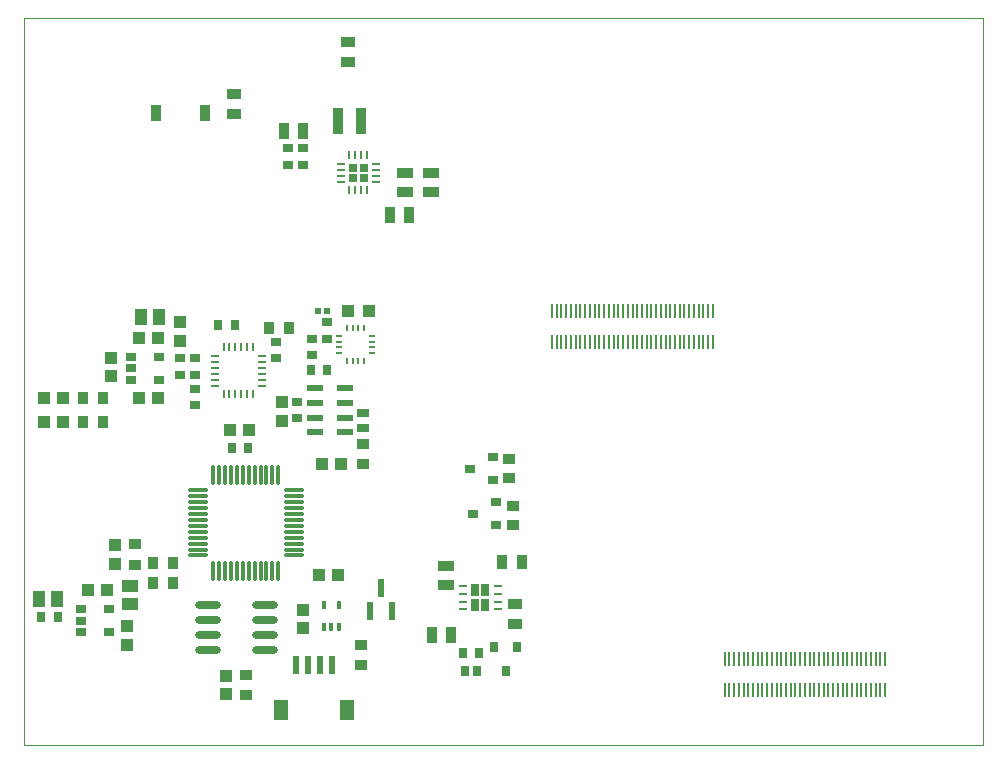
<source format=gtp>
%FSAX44Y44*%
%MOMM*%
G71*
G01*
G75*
G04 Layer_Color=8421504*
%ADD10C,0.2540*%
%ADD11C,0.2032*%
%ADD12C,0.6350*%
%ADD13C,0.5080*%
%ADD14C,0.3048*%
%ADD15C,0.7620*%
%ADD16C,0.3810*%
%ADD17R,0.7000X0.9000*%
%ADD18R,0.9000X0.7000*%
%ADD19R,1.3000X0.8500*%
%ADD20R,0.8500X1.3000*%
%ADD21R,0.9500X1.3500*%
%ADD22R,1.3500X0.9500*%
%ADD23R,1.0000X0.9000*%
%ADD24R,0.9000X0.8000*%
%ADD25R,1.6500X2.4000*%
%ADD26O,0.8500X0.3000*%
%ADD27R,0.8000X0.9000*%
%ADD28R,0.6500X0.9000*%
%ADD29R,0.9500X1.4000*%
%ADD30R,1.0000X1.0000*%
%ADD31R,0.9000X0.8000*%
%ADD32R,0.5200X0.5200*%
%ADD33R,1.1000X1.1000*%
%ADD34R,0.6298X0.2500*%
%ADD35R,0.6298X0.2500*%
%ADD36R,0.2500X0.6298*%
%ADD37R,0.2500X0.6298*%
%ADD38R,1.4000X0.6000*%
%ADD39R,1.7000X1.7000*%
%ADD40O,0.2800X0.8500*%
%ADD41O,0.8500X0.2800*%
%ADD42R,0.8500X2.3000*%
%ADD43R,0.2032X1.1430*%
%ADD44R,1.4000X1.1000*%
%ADD45R,1.1000X1.4000*%
%ADD46R,0.9000X0.6500*%
%ADD47R,0.9000X1.0000*%
%ADD48R,0.8000X0.9000*%
%ADD49R,1.0000X1.0000*%
%ADD50R,1.0160X0.8000*%
%ADD51R,0.7112X0.3366*%
%ADD52R,0.3366X0.7112*%
%ADD53O,0.2650X1.8500*%
%ADD54O,1.8500X0.2650*%
%ADD55O,1.8500X0.2650*%
%ADD56R,0.3500X0.6500*%
%ADD57O,2.2000X0.6000*%
%ADD58R,1.2000X1.8000*%
%ADD59R,0.6000X1.5500*%
%ADD60R,0.6000X1.5000*%
%ADD61C,0.5000*%
%ADD62C,0.4000*%
%ADD63C,0.4500*%
%ADD64C,2.1590*%
%ADD65C,1.0000*%
%ADD66C,0.3000*%
%ADD67C,0.1524*%
%ADD68C,1.5000*%
%ADD69C,0.1540*%
%ADD70C,0.7500*%
%ADD71C,0.2500*%
%ADD72C,0.2000*%
%ADD73C,0.5588*%
%ADD74C,2.0000*%
%ADD75C,0.1600*%
%ADD76C,0.1700*%
%ADD77C,0.3500*%
%ADD78C,0.6000*%
%ADD79C,0.0254*%
%ADD80C,2.0066*%
%ADD81C,0.9000*%
%ADD82C,2.5400*%
G04:AMPARAMS|DCode=83|XSize=1.8796mm|YSize=1.8796mm|CornerRadius=0.4699mm|HoleSize=0mm|Usage=FLASHONLY|Rotation=180.000|XOffset=0mm|YOffset=0mm|HoleType=Round|Shape=RoundedRectangle|*
%AMROUNDEDRECTD83*
21,1,1.8796,0.9398,0,0,180.0*
21,1,0.9398,1.8796,0,0,180.0*
1,1,0.9398,-0.4699,0.4699*
1,1,0.9398,0.4699,0.4699*
1,1,0.9398,0.4699,-0.4699*
1,1,0.9398,-0.4699,-0.4699*
%
%ADD83ROUNDEDRECTD83*%
%ADD84C,1.8796*%
%ADD85C,0.7112*%
%ADD86C,0.6600*%
%ADD87C,0.5000*%
%ADD88C,0.6900*%
%ADD89C,1.0000*%
%ADD90C,0.7300*%
%ADD91C,1.1000*%
%ADD92C,0.8000*%
%ADD93R,0.3000X0.3000*%
%ADD94R,0.3000X0.5000*%
%ADD95R,0.3000X0.3000*%
%ADD96R,0.5000X0.3000*%
%ADD97R,3.3000X3.3000*%
%ADD98R,1.3000X4.5000*%
%ADD99R,1.8000X3.9000*%
%ADD100R,1.5500X0.6000*%
%ADD101R,1.8000X1.2000*%
%ADD102R,1.2000X1.8000*%
%ADD103R,2.0500X2.5000*%
%ADD104R,0.5000X2.3000*%
%ADD105R,2.3000X0.5000*%
%ADD106R,2.5000X2.0500*%
%ADD107C,0.1000*%
%ADD108C,0.1270*%
%ADD109C,0.1500*%
%ADD110R,0.7750X0.4500*%
%ADD111R,0.6500X1.0000*%
%ADD112R,0.7000X0.7000*%
%ADD113R,0.7000X0.7000*%
%ADD114R,0.7000X0.7000*%
%ADD115O,0.8000X0.2500*%
%ADD116O,0.2300X0.8000*%
%ADD117O,0.8000X0.2300*%
%ADD118R,0.6512X0.2766*%
%ADD119R,0.2766X0.6512*%
D17*
X00987663Y00554735D02*
D03*
X01001664D02*
D03*
X00872744Y00794765D02*
D03*
X00858744D02*
D03*
D18*
X00839724Y00982105D02*
D03*
Y00968105D02*
D03*
X00852423Y00968105D02*
D03*
Y00982105D02*
D03*
X00829564Y00804276D02*
D03*
Y00818276D02*
D03*
D19*
X01031494Y00596255D02*
D03*
Y00579255D02*
D03*
X00890524Y01055506D02*
D03*
Y01072505D02*
D03*
X00794004Y01028055D02*
D03*
Y01011056D02*
D03*
D20*
X01037454Y00632206D02*
D03*
X01020453D02*
D03*
D21*
X00836423Y00996695D02*
D03*
X00852423D02*
D03*
X00941703Y00925575D02*
D03*
X00925704D02*
D03*
X00977263Y00569976D02*
D03*
X00961264D02*
D03*
D22*
X00973074Y00612775D02*
D03*
Y00628775D02*
D03*
X00938783Y00961516D02*
D03*
Y00945516D02*
D03*
X00960374Y00961516D02*
D03*
Y00945516D02*
D03*
D23*
X01030223Y00663576D02*
D03*
Y00679576D02*
D03*
X01026413Y00702945D02*
D03*
Y00718945D02*
D03*
X00903223Y00732146D02*
D03*
Y00715146D02*
D03*
X00803910Y00519312D02*
D03*
Y00536312D02*
D03*
X00901700Y00544711D02*
D03*
Y00561711D02*
D03*
X00709930Y00629802D02*
D03*
Y00646802D02*
D03*
D24*
X01016094Y00663345D02*
D03*
Y00682346D02*
D03*
X00996094Y00672846D02*
D03*
X01013553Y00701445D02*
D03*
Y00720446D02*
D03*
X00993553Y00710946D02*
D03*
D27*
X01033374Y00559655D02*
D03*
X01014373D02*
D03*
X01023874Y00539655D02*
D03*
D28*
X00999663Y00539606D02*
D03*
X00989663D02*
D03*
D29*
X00727534Y01011936D02*
D03*
X00769033D02*
D03*
D30*
X00884554Y00715146D02*
D03*
X00868553D02*
D03*
X00686180Y00607822D02*
D03*
X00670180D02*
D03*
X00649350Y00770382D02*
D03*
X00633349D02*
D03*
X00790829Y00743712D02*
D03*
X00806830D02*
D03*
X00649350Y00750062D02*
D03*
X00633349D02*
D03*
X00881760Y00620522D02*
D03*
X00865760D02*
D03*
X00713360Y00770382D02*
D03*
X00729360D02*
D03*
X00713360Y00821182D02*
D03*
X00729360D02*
D03*
D31*
X00860043Y00820786D02*
D03*
Y00806786D02*
D03*
X00872744Y00820786D02*
D03*
Y00834786D02*
D03*
X00847344Y00767475D02*
D03*
Y00753475D02*
D03*
X00760730Y00764651D02*
D03*
Y00778651D02*
D03*
Y00790601D02*
D03*
Y00804601D02*
D03*
X00748029Y00790601D02*
D03*
Y00804602D02*
D03*
D32*
X00872744Y00844296D02*
D03*
X00864743D02*
D03*
D33*
X00890414D02*
D03*
X00908414D02*
D03*
D34*
X00882503Y00808575D02*
D03*
Y00823576D02*
D03*
X00911051D02*
D03*
Y00808575D02*
D03*
D35*
X00882503Y00813576D02*
D03*
Y00818575D02*
D03*
X00911051D02*
D03*
Y00813576D02*
D03*
D36*
X00904277Y00830350D02*
D03*
X00889277D02*
D03*
Y00801802D02*
D03*
X00904277D02*
D03*
D37*
X00899277Y00830350D02*
D03*
X00894277D02*
D03*
Y00801802D02*
D03*
X00899277D02*
D03*
D38*
X00862784Y00779225D02*
D03*
Y00766725D02*
D03*
Y00754226D02*
D03*
Y00741726D02*
D03*
X00887783D02*
D03*
Y00754226D02*
D03*
Y00766725D02*
D03*
Y00779225D02*
D03*
D42*
X00901544Y01005585D02*
D03*
X00882043D02*
D03*
D43*
X01063283Y00818174D02*
D03*
Y00844589D02*
D03*
X01067347Y00818174D02*
D03*
Y00844589D02*
D03*
X01071158Y00818174D02*
D03*
Y00844589D02*
D03*
X01075221Y00818174D02*
D03*
Y00844589D02*
D03*
X01079286Y00818174D02*
D03*
Y00844589D02*
D03*
X01083350Y00818174D02*
D03*
Y00844589D02*
D03*
X01087160Y00818174D02*
D03*
Y00844589D02*
D03*
X01091224Y00818174D02*
D03*
Y00844589D02*
D03*
X01095287Y00818174D02*
D03*
Y00844589D02*
D03*
X01099352Y00818174D02*
D03*
Y00844589D02*
D03*
X01103161Y00818174D02*
D03*
Y00844589D02*
D03*
X01107225Y00818174D02*
D03*
Y00844589D02*
D03*
X01111290Y00818174D02*
D03*
Y00844589D02*
D03*
X01115353Y00818174D02*
D03*
Y00844589D02*
D03*
X01119164Y00818174D02*
D03*
Y00844589D02*
D03*
X01123227Y00818174D02*
D03*
Y00844589D02*
D03*
X01127291Y00818174D02*
D03*
Y00844589D02*
D03*
X01131356Y00818174D02*
D03*
Y00844589D02*
D03*
X01135165Y00818174D02*
D03*
Y00844589D02*
D03*
X01139230Y00818174D02*
D03*
Y00844589D02*
D03*
X01143294Y00818174D02*
D03*
Y00844589D02*
D03*
X01147104Y00818174D02*
D03*
Y00844589D02*
D03*
X01151168Y00818174D02*
D03*
Y00844589D02*
D03*
X01155231Y00818174D02*
D03*
Y00844589D02*
D03*
X01159296Y00818174D02*
D03*
Y00844589D02*
D03*
X01163105Y00818174D02*
D03*
Y00844589D02*
D03*
X01167169Y00818174D02*
D03*
Y00844589D02*
D03*
X01171234Y00818174D02*
D03*
Y00844589D02*
D03*
X01175297Y00818174D02*
D03*
Y00844589D02*
D03*
X01179108Y00818174D02*
D03*
Y00844589D02*
D03*
X01183171Y00818174D02*
D03*
Y00844589D02*
D03*
X01187235Y00818174D02*
D03*
Y00844589D02*
D03*
X01191300Y00818174D02*
D03*
Y00844589D02*
D03*
X01195109Y00818174D02*
D03*
Y00844589D02*
D03*
X01199174Y00818174D02*
D03*
Y00844589D02*
D03*
X01225295Y00523747D02*
D03*
X01209294D02*
D03*
X01213357D02*
D03*
X01221232D02*
D03*
X01217168D02*
D03*
X01257299D02*
D03*
X01253235D02*
D03*
X01261364D02*
D03*
X01237234D02*
D03*
X01229360D02*
D03*
X01233169D02*
D03*
X01249172D02*
D03*
X01241298D02*
D03*
X01245361D02*
D03*
X01209294Y00550163D02*
D03*
X01229360D02*
D03*
X01213357D02*
D03*
X01217168D02*
D03*
X01233169D02*
D03*
X01221232D02*
D03*
X01225295D02*
D03*
X01249172D02*
D03*
X01237234D02*
D03*
X01245361D02*
D03*
X01257299D02*
D03*
X01241298D02*
D03*
X01253235D02*
D03*
X01269238D02*
D03*
X01261364D02*
D03*
X01265173D02*
D03*
X01301241D02*
D03*
X01297177D02*
D03*
X01313179D02*
D03*
X01305305D02*
D03*
X01309115D02*
D03*
X01281176D02*
D03*
X01273301D02*
D03*
X01277112D02*
D03*
X01293114D02*
D03*
X01285240D02*
D03*
X01289303D02*
D03*
X01325117D02*
D03*
X01321308D02*
D03*
X01329182D02*
D03*
X01333246D02*
D03*
X01341120D02*
D03*
X01317243D02*
D03*
X01337310D02*
D03*
X01345184D02*
D03*
X01301241Y00523747D02*
D03*
X01289303D02*
D03*
X01277112D02*
D03*
X01265173D02*
D03*
X01305305D02*
D03*
X01313179D02*
D03*
X01325117D02*
D03*
X01337310D02*
D03*
X01297177D02*
D03*
X01285240D02*
D03*
X01273301D02*
D03*
X01309115D02*
D03*
X01321308D02*
D03*
X01333246D02*
D03*
X01345184D02*
D03*
X01293114D02*
D03*
X01281176D02*
D03*
X01269238D02*
D03*
X01317243D02*
D03*
X01329182D02*
D03*
X01341120D02*
D03*
D44*
X00706120Y00596511D02*
D03*
Y00611512D02*
D03*
D45*
X00715129Y00838961D02*
D03*
X00730130D02*
D03*
X00628770Y00600201D02*
D03*
X00643770D02*
D03*
D46*
X00706820Y00786282D02*
D03*
Y00805282D02*
D03*
Y00795782D02*
D03*
X00730819Y00805282D02*
D03*
Y00786282D02*
D03*
X00664079Y00591853D02*
D03*
Y00582354D02*
D03*
Y00572854D02*
D03*
X00688079D02*
D03*
Y00591853D02*
D03*
D47*
X00682870Y00770381D02*
D03*
X00665870D02*
D03*
Y00750061D02*
D03*
X00682870D02*
D03*
X00725560Y00630681D02*
D03*
X00742560D02*
D03*
X00725560Y00614171D02*
D03*
X00742559D02*
D03*
X00840349Y00830071D02*
D03*
X00823350D02*
D03*
D48*
X00644540Y00584962D02*
D03*
X00630540D02*
D03*
X00791829Y00728472D02*
D03*
X00805829D02*
D03*
X00794400Y00832611D02*
D03*
X00780400D02*
D03*
D49*
X00852170Y00575691D02*
D03*
Y00591692D02*
D03*
X00748030Y00834811D02*
D03*
Y00818811D02*
D03*
X00787400Y00519812D02*
D03*
Y00535812D02*
D03*
X00693419Y00646301D02*
D03*
Y00630302D02*
D03*
X00703579Y00577721D02*
D03*
Y00561721D02*
D03*
X00834643Y00751475D02*
D03*
Y00767475D02*
D03*
X00689610Y00789052D02*
D03*
Y00805052D02*
D03*
D50*
X00903223Y00745235D02*
D03*
Y00757935D02*
D03*
D53*
X00831410Y00705472D02*
D03*
X00826410D02*
D03*
X00821410D02*
D03*
X00816410D02*
D03*
X00811410D02*
D03*
X00806409D02*
D03*
X00801410D02*
D03*
X00796409D02*
D03*
X00791410D02*
D03*
X00786409D02*
D03*
X00781410D02*
D03*
X00776409D02*
D03*
Y00624472D02*
D03*
X00781410D02*
D03*
X00786409D02*
D03*
X00791410D02*
D03*
X00796409D02*
D03*
X00801410D02*
D03*
X00806409D02*
D03*
X00811410D02*
D03*
X00816410D02*
D03*
X00821410D02*
D03*
X00826410D02*
D03*
X00831410D02*
D03*
D54*
X00763410Y00692472D02*
D03*
Y00687472D02*
D03*
Y00682472D02*
D03*
Y00677472D02*
D03*
Y00672472D02*
D03*
Y00667471D02*
D03*
Y00662472D02*
D03*
Y00657471D02*
D03*
Y00652472D02*
D03*
Y00647471D02*
D03*
Y00642472D02*
D03*
Y00637471D02*
D03*
D55*
X00844410D02*
D03*
Y00642472D02*
D03*
Y00647471D02*
D03*
Y00652472D02*
D03*
Y00657471D02*
D03*
Y00662472D02*
D03*
Y00667471D02*
D03*
Y00672472D02*
D03*
Y00677472D02*
D03*
Y00682472D02*
D03*
Y00687472D02*
D03*
Y00692472D02*
D03*
D56*
X00869800Y00595482D02*
D03*
X00882800D02*
D03*
Y00576982D02*
D03*
X00876300D02*
D03*
X00869800D02*
D03*
D57*
X00820290Y00557021D02*
D03*
Y00569721D02*
D03*
Y00582421D02*
D03*
Y00595121D02*
D03*
X00772290Y00557021D02*
D03*
Y00569721D02*
D03*
Y00582421D02*
D03*
Y00595121D02*
D03*
D58*
X00889500Y00506541D02*
D03*
X00833500D02*
D03*
D59*
X00876500Y00545042D02*
D03*
X00856500D02*
D03*
X00846500D02*
D03*
X00866500D02*
D03*
D60*
X00908710Y00590702D02*
D03*
X00927710D02*
D03*
X00918210Y00609702D02*
D03*
D79*
X00616203Y00477266D02*
Y01092505D01*
X01427634Y01092505D01*
X01427634Y00477266D01*
X00616203Y00477266D02*
X01427634Y00477266D01*
D111*
X01006784Y00607976D02*
D03*
X00997783D02*
D03*
Y00595475D02*
D03*
X01006784D02*
D03*
D112*
X00903660Y00965890D02*
D03*
D113*
Y00956890D02*
D03*
X00894660Y00956890D02*
D03*
D114*
Y00965890D02*
D03*
D115*
X00987534Y00591975D02*
D03*
Y00598475D02*
D03*
Y00604976D02*
D03*
Y00611475D02*
D03*
X01017033D02*
D03*
Y00604976D02*
D03*
Y00598475D02*
D03*
Y00591975D02*
D03*
D116*
X00891660Y00976140D02*
D03*
X00896660D02*
D03*
X00901660D02*
D03*
X00906660D02*
D03*
Y00946640D02*
D03*
X00901660D02*
D03*
X00896660D02*
D03*
X00891660D02*
D03*
D117*
X00913910Y00968890D02*
D03*
Y00963890D02*
D03*
Y00958890D02*
D03*
Y00953890D02*
D03*
X00884410D02*
D03*
Y00958890D02*
D03*
Y00963890D02*
D03*
Y00968890D02*
D03*
D118*
X00817309Y00781291D02*
D03*
Y00786291D02*
D03*
Y00791291D02*
D03*
Y00796291D02*
D03*
Y00801291D02*
D03*
Y00806292D02*
D03*
X00777810D02*
D03*
Y00801291D02*
D03*
Y00796291D02*
D03*
Y00791291D02*
D03*
Y00786291D02*
D03*
Y00781291D02*
D03*
D119*
X00810059Y00813541D02*
D03*
X00805059D02*
D03*
X00800059D02*
D03*
X00795059D02*
D03*
X00790059D02*
D03*
X00785059D02*
D03*
Y00774041D02*
D03*
X00790059D02*
D03*
X00795059D02*
D03*
X00800059D02*
D03*
X00805059D02*
D03*
X00810059D02*
D03*
M02*

</source>
